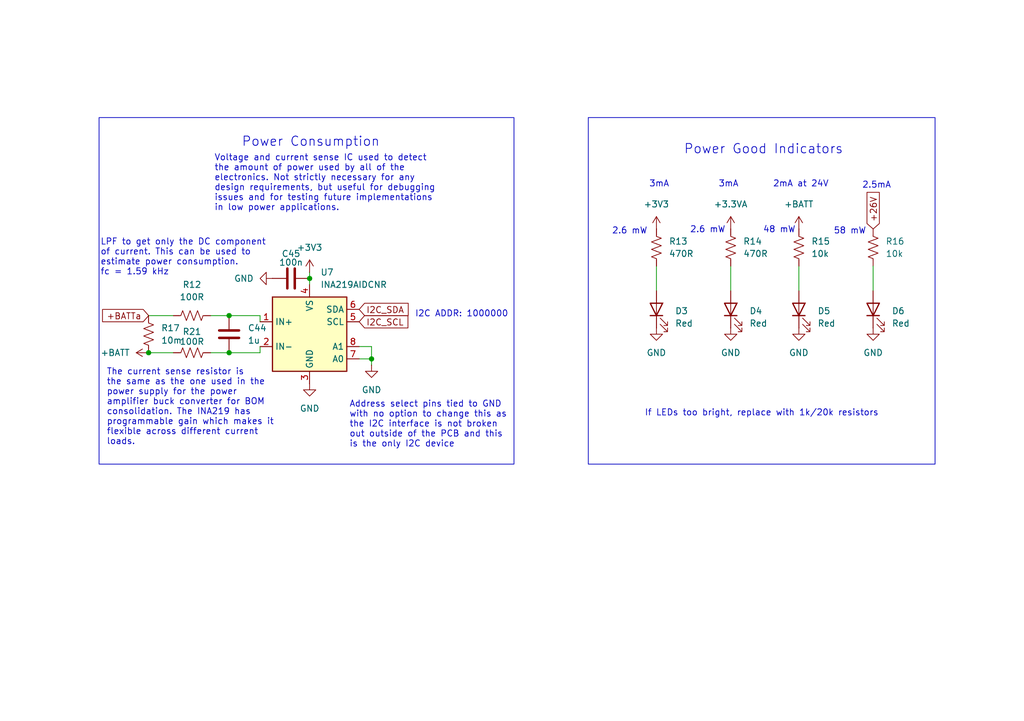
<source format=kicad_sch>
(kicad_sch
	(version 20231120)
	(generator "eeschema")
	(generator_version "8.0")
	(uuid "6c354ad9-bda4-4d93-ab27-70ed2a103f01")
	(paper "A5")
	(title_block
		(title "EV")
		(date "2025-01-17")
		(rev "1.3")
		(company "Power Monitoring")
	)
	(lib_symbols
		(symbol "UAM_symbols:C"
			(pin_numbers hide)
			(pin_names
				(offset 0.254)
			)
			(exclude_from_sim no)
			(in_bom yes)
			(on_board yes)
			(property "Reference" "C"
				(at 0.635 2.54 0)
				(effects
					(font
						(size 1.27 1.27)
					)
					(justify left)
				)
			)
			(property "Value" "C"
				(at 0.635 -2.54 0)
				(effects
					(font
						(size 1.27 1.27)
					)
					(justify left)
				)
			)
			(property "Footprint" ""
				(at 0.9652 -3.81 0)
				(effects
					(font
						(size 1.27 1.27)
					)
					(hide yes)
				)
			)
			(property "Datasheet" "~"
				(at 0 0 0)
				(effects
					(font
						(size 1.27 1.27)
					)
					(hide yes)
				)
			)
			(property "Description" "Unpolarized capacitor"
				(at 0 0 0)
				(effects
					(font
						(size 1.27 1.27)
					)
					(hide yes)
				)
			)
			(property "ki_keywords" "cap capacitor"
				(at 0 0 0)
				(effects
					(font
						(size 1.27 1.27)
					)
					(hide yes)
				)
			)
			(property "ki_fp_filters" "C_*"
				(at 0 0 0)
				(effects
					(font
						(size 1.27 1.27)
					)
					(hide yes)
				)
			)
			(symbol "C_0_1"
				(polyline
					(pts
						(xy -2.032 -0.762) (xy 2.032 -0.762)
					)
					(stroke
						(width 0.508)
						(type default)
					)
					(fill
						(type none)
					)
				)
				(polyline
					(pts
						(xy -2.032 0.762) (xy 2.032 0.762)
					)
					(stroke
						(width 0.508)
						(type default)
					)
					(fill
						(type none)
					)
				)
			)
			(symbol "C_1_1"
				(pin passive line
					(at 0 3.81 270)
					(length 2.794)
					(name "~"
						(effects
							(font
								(size 1.27 1.27)
							)
						)
					)
					(number "1"
						(effects
							(font
								(size 1.27 1.27)
							)
						)
					)
				)
				(pin passive line
					(at 0 -3.81 90)
					(length 2.794)
					(name "~"
						(effects
							(font
								(size 1.27 1.27)
							)
						)
					)
					(number "2"
						(effects
							(font
								(size 1.27 1.27)
							)
						)
					)
				)
			)
		)
		(symbol "UAM_symbols:INA219AxDCN"
			(exclude_from_sim no)
			(in_bom yes)
			(on_board yes)
			(property "Reference" "U"
				(at -6.35 8.89 0)
				(effects
					(font
						(size 1.27 1.27)
					)
				)
			)
			(property "Value" "INA219AxDCN"
				(at 6.35 8.89 0)
				(effects
					(font
						(size 1.27 1.27)
					)
				)
			)
			(property "Footprint" "Package_TO_SOT_SMD:SOT-23-8"
				(at 16.51 -8.89 0)
				(effects
					(font
						(size 1.27 1.27)
					)
					(hide yes)
				)
			)
			(property "Datasheet" "http://www.ti.com/lit/ds/symlink/ina219.pdf"
				(at 8.89 -2.54 0)
				(effects
					(font
						(size 1.27 1.27)
					)
					(hide yes)
				)
			)
			(property "Description" "Zero-Drift, Bidirectional Current/Power Monitor (0-26V) With I2C Interface, SOT-23-8"
				(at 0 0 0)
				(effects
					(font
						(size 1.27 1.27)
					)
					(hide yes)
				)
			)
			(property "ki_keywords" "ADC I2C 16-Bit Oversampling Current Shunt"
				(at 0 0 0)
				(effects
					(font
						(size 1.27 1.27)
					)
					(hide yes)
				)
			)
			(property "ki_fp_filters" "SOT?23*"
				(at 0 0 0)
				(effects
					(font
						(size 1.27 1.27)
					)
					(hide yes)
				)
			)
			(symbol "INA219AxDCN_0_1"
				(rectangle
					(start -7.62 7.62)
					(end 7.62 -7.62)
					(stroke
						(width 0.254)
						(type default)
					)
					(fill
						(type background)
					)
				)
			)
			(symbol "INA219AxDCN_1_1"
				(pin input line
					(at -10.16 2.54 0)
					(length 2.54)
					(name "IN+"
						(effects
							(font
								(size 1.27 1.27)
							)
						)
					)
					(number "1"
						(effects
							(font
								(size 1.27 1.27)
							)
						)
					)
				)
				(pin input line
					(at -10.16 -2.54 0)
					(length 2.54)
					(name "IN-"
						(effects
							(font
								(size 1.27 1.27)
							)
						)
					)
					(number "2"
						(effects
							(font
								(size 1.27 1.27)
							)
						)
					)
				)
				(pin power_in line
					(at 0 -10.16 90)
					(length 2.54)
					(name "GND"
						(effects
							(font
								(size 1.27 1.27)
							)
						)
					)
					(number "3"
						(effects
							(font
								(size 1.27 1.27)
							)
						)
					)
				)
				(pin power_in line
					(at 0 10.16 270)
					(length 2.54)
					(name "VS"
						(effects
							(font
								(size 1.27 1.27)
							)
						)
					)
					(number "4"
						(effects
							(font
								(size 1.27 1.27)
							)
						)
					)
				)
				(pin input line
					(at 10.16 2.54 180)
					(length 2.54)
					(name "SCL"
						(effects
							(font
								(size 1.27 1.27)
							)
						)
					)
					(number "5"
						(effects
							(font
								(size 1.27 1.27)
							)
						)
					)
				)
				(pin bidirectional line
					(at 10.16 5.08 180)
					(length 2.54)
					(name "SDA"
						(effects
							(font
								(size 1.27 1.27)
							)
						)
					)
					(number "6"
						(effects
							(font
								(size 1.27 1.27)
							)
						)
					)
				)
				(pin input line
					(at 10.16 -5.08 180)
					(length 2.54)
					(name "A0"
						(effects
							(font
								(size 1.27 1.27)
							)
						)
					)
					(number "7"
						(effects
							(font
								(size 1.27 1.27)
							)
						)
					)
				)
				(pin input line
					(at 10.16 -2.54 180)
					(length 2.54)
					(name "A1"
						(effects
							(font
								(size 1.27 1.27)
							)
						)
					)
					(number "8"
						(effects
							(font
								(size 1.27 1.27)
							)
						)
					)
				)
			)
		)
		(symbol "UAM_symbols:LED"
			(pin_numbers hide)
			(pin_names
				(offset 1.016) hide)
			(exclude_from_sim no)
			(in_bom yes)
			(on_board yes)
			(property "Reference" "D"
				(at 0 2.54 0)
				(effects
					(font
						(size 1.27 1.27)
					)
				)
			)
			(property "Value" "LED"
				(at 0 -2.54 0)
				(effects
					(font
						(size 1.27 1.27)
					)
				)
			)
			(property "Footprint" ""
				(at 0 0 0)
				(effects
					(font
						(size 1.27 1.27)
					)
					(hide yes)
				)
			)
			(property "Datasheet" "~"
				(at 0 0 0)
				(effects
					(font
						(size 1.27 1.27)
					)
					(hide yes)
				)
			)
			(property "Description" "Light emitting diode"
				(at 0 0 0)
				(effects
					(font
						(size 1.27 1.27)
					)
					(hide yes)
				)
			)
			(property "ki_keywords" "LED diode"
				(at 0 0 0)
				(effects
					(font
						(size 1.27 1.27)
					)
					(hide yes)
				)
			)
			(property "ki_fp_filters" "LED* LED_SMD:* LED_THT:*"
				(at 0 0 0)
				(effects
					(font
						(size 1.27 1.27)
					)
					(hide yes)
				)
			)
			(symbol "LED_0_1"
				(polyline
					(pts
						(xy -1.27 -1.27) (xy -1.27 1.27)
					)
					(stroke
						(width 0.254)
						(type default)
					)
					(fill
						(type none)
					)
				)
				(polyline
					(pts
						(xy -1.27 0) (xy 1.27 0)
					)
					(stroke
						(width 0)
						(type default)
					)
					(fill
						(type none)
					)
				)
				(polyline
					(pts
						(xy 1.27 -1.27) (xy 1.27 1.27) (xy -1.27 0) (xy 1.27 -1.27)
					)
					(stroke
						(width 0.254)
						(type default)
					)
					(fill
						(type none)
					)
				)
				(polyline
					(pts
						(xy -3.048 -0.762) (xy -4.572 -2.286) (xy -3.81 -2.286) (xy -4.572 -2.286) (xy -4.572 -1.524)
					)
					(stroke
						(width 0)
						(type default)
					)
					(fill
						(type none)
					)
				)
				(polyline
					(pts
						(xy -1.778 -0.762) (xy -3.302 -2.286) (xy -2.54 -2.286) (xy -3.302 -2.286) (xy -3.302 -1.524)
					)
					(stroke
						(width 0)
						(type default)
					)
					(fill
						(type none)
					)
				)
			)
			(symbol "LED_1_1"
				(pin passive line
					(at -3.81 0 0)
					(length 2.54)
					(name "K"
						(effects
							(font
								(size 1.27 1.27)
							)
						)
					)
					(number "1"
						(effects
							(font
								(size 1.27 1.27)
							)
						)
					)
				)
				(pin passive line
					(at 3.81 0 180)
					(length 2.54)
					(name "A"
						(effects
							(font
								(size 1.27 1.27)
							)
						)
					)
					(number "2"
						(effects
							(font
								(size 1.27 1.27)
							)
						)
					)
				)
			)
		)
		(symbol "UAM_symbols:R_US"
			(pin_numbers hide)
			(pin_names
				(offset 0)
			)
			(exclude_from_sim no)
			(in_bom yes)
			(on_board yes)
			(property "Reference" "R"
				(at 2.54 0 90)
				(effects
					(font
						(size 1.27 1.27)
					)
				)
			)
			(property "Value" "R_US"
				(at -2.54 0 90)
				(effects
					(font
						(size 1.27 1.27)
					)
				)
			)
			(property "Footprint" ""
				(at 1.016 -0.254 90)
				(effects
					(font
						(size 1.27 1.27)
					)
					(hide yes)
				)
			)
			(property "Datasheet" "~"
				(at 0 0 0)
				(effects
					(font
						(size 1.27 1.27)
					)
					(hide yes)
				)
			)
			(property "Description" "Resistor, US symbol"
				(at 0 0 0)
				(effects
					(font
						(size 1.27 1.27)
					)
					(hide yes)
				)
			)
			(property "ki_keywords" "R res resistor"
				(at 0 0 0)
				(effects
					(font
						(size 1.27 1.27)
					)
					(hide yes)
				)
			)
			(property "ki_fp_filters" "R_*"
				(at 0 0 0)
				(effects
					(font
						(size 1.27 1.27)
					)
					(hide yes)
				)
			)
			(symbol "R_US_0_1"
				(polyline
					(pts
						(xy 0 -2.286) (xy 0 -2.54)
					)
					(stroke
						(width 0)
						(type default)
					)
					(fill
						(type none)
					)
				)
				(polyline
					(pts
						(xy 0 2.286) (xy 0 2.54)
					)
					(stroke
						(width 0)
						(type default)
					)
					(fill
						(type none)
					)
				)
				(polyline
					(pts
						(xy 0 -0.762) (xy 1.016 -1.143) (xy 0 -1.524) (xy -1.016 -1.905) (xy 0 -2.286)
					)
					(stroke
						(width 0)
						(type default)
					)
					(fill
						(type none)
					)
				)
				(polyline
					(pts
						(xy 0 0.762) (xy 1.016 0.381) (xy 0 0) (xy -1.016 -0.381) (xy 0 -0.762)
					)
					(stroke
						(width 0)
						(type default)
					)
					(fill
						(type none)
					)
				)
				(polyline
					(pts
						(xy 0 2.286) (xy 1.016 1.905) (xy 0 1.524) (xy -1.016 1.143) (xy 0 0.762)
					)
					(stroke
						(width 0)
						(type default)
					)
					(fill
						(type none)
					)
				)
			)
			(symbol "R_US_1_1"
				(pin passive line
					(at 0 3.81 270)
					(length 1.27)
					(name "~"
						(effects
							(font
								(size 1.27 1.27)
							)
						)
					)
					(number "1"
						(effects
							(font
								(size 1.27 1.27)
							)
						)
					)
				)
				(pin passive line
					(at 0 -3.81 90)
					(length 1.27)
					(name "~"
						(effects
							(font
								(size 1.27 1.27)
							)
						)
					)
					(number "2"
						(effects
							(font
								(size 1.27 1.27)
							)
						)
					)
				)
			)
		)
		(symbol "power:+3.3VA"
			(power)
			(pin_numbers hide)
			(pin_names
				(offset 0) hide)
			(exclude_from_sim no)
			(in_bom yes)
			(on_board yes)
			(property "Reference" "#PWR"
				(at 0 -3.81 0)
				(effects
					(font
						(size 1.27 1.27)
					)
					(hide yes)
				)
			)
			(property "Value" "+3.3VA"
				(at 0 3.556 0)
				(effects
					(font
						(size 1.27 1.27)
					)
				)
			)
			(property "Footprint" ""
				(at 0 0 0)
				(effects
					(font
						(size 1.27 1.27)
					)
					(hide yes)
				)
			)
			(property "Datasheet" ""
				(at 0 0 0)
				(effects
					(font
						(size 1.27 1.27)
					)
					(hide yes)
				)
			)
			(property "Description" "Power symbol creates a global label with name \"+3.3VA\""
				(at 0 0 0)
				(effects
					(font
						(size 1.27 1.27)
					)
					(hide yes)
				)
			)
			(property "ki_keywords" "global power"
				(at 0 0 0)
				(effects
					(font
						(size 1.27 1.27)
					)
					(hide yes)
				)
			)
			(symbol "+3.3VA_0_1"
				(polyline
					(pts
						(xy -0.762 1.27) (xy 0 2.54)
					)
					(stroke
						(width 0)
						(type default)
					)
					(fill
						(type none)
					)
				)
				(polyline
					(pts
						(xy 0 0) (xy 0 2.54)
					)
					(stroke
						(width 0)
						(type default)
					)
					(fill
						(type none)
					)
				)
				(polyline
					(pts
						(xy 0 2.54) (xy 0.762 1.27)
					)
					(stroke
						(width 0)
						(type default)
					)
					(fill
						(type none)
					)
				)
			)
			(symbol "+3.3VA_1_1"
				(pin power_in line
					(at 0 0 90)
					(length 0)
					(name "~"
						(effects
							(font
								(size 1.27 1.27)
							)
						)
					)
					(number "1"
						(effects
							(font
								(size 1.27 1.27)
							)
						)
					)
				)
			)
		)
		(symbol "power:+3V3"
			(power)
			(pin_numbers hide)
			(pin_names
				(offset 0) hide)
			(exclude_from_sim no)
			(in_bom yes)
			(on_board yes)
			(property "Reference" "#PWR"
				(at 0 -3.81 0)
				(effects
					(font
						(size 1.27 1.27)
					)
					(hide yes)
				)
			)
			(property "Value" "+3V3"
				(at 0 3.556 0)
				(effects
					(font
						(size 1.27 1.27)
					)
				)
			)
			(property "Footprint" ""
				(at 0 0 0)
				(effects
					(font
						(size 1.27 1.27)
					)
					(hide yes)
				)
			)
			(property "Datasheet" ""
				(at 0 0 0)
				(effects
					(font
						(size 1.27 1.27)
					)
					(hide yes)
				)
			)
			(property "Description" "Power symbol creates a global label with name \"+3V3\""
				(at 0 0 0)
				(effects
					(font
						(size 1.27 1.27)
					)
					(hide yes)
				)
			)
			(property "ki_keywords" "global power"
				(at 0 0 0)
				(effects
					(font
						(size 1.27 1.27)
					)
					(hide yes)
				)
			)
			(symbol "+3V3_0_1"
				(polyline
					(pts
						(xy -0.762 1.27) (xy 0 2.54)
					)
					(stroke
						(width 0)
						(type default)
					)
					(fill
						(type none)
					)
				)
				(polyline
					(pts
						(xy 0 0) (xy 0 2.54)
					)
					(stroke
						(width 0)
						(type default)
					)
					(fill
						(type none)
					)
				)
				(polyline
					(pts
						(xy 0 2.54) (xy 0.762 1.27)
					)
					(stroke
						(width 0)
						(type default)
					)
					(fill
						(type none)
					)
				)
			)
			(symbol "+3V3_1_1"
				(pin power_in line
					(at 0 0 90)
					(length 0)
					(name "~"
						(effects
							(font
								(size 1.27 1.27)
							)
						)
					)
					(number "1"
						(effects
							(font
								(size 1.27 1.27)
							)
						)
					)
				)
			)
		)
		(symbol "power:+BATT"
			(power)
			(pin_numbers hide)
			(pin_names
				(offset 0) hide)
			(exclude_from_sim no)
			(in_bom yes)
			(on_board yes)
			(property "Reference" "#PWR"
				(at 0 -3.81 0)
				(effects
					(font
						(size 1.27 1.27)
					)
					(hide yes)
				)
			)
			(property "Value" "+BATT"
				(at 0 3.556 0)
				(effects
					(font
						(size 1.27 1.27)
					)
				)
			)
			(property "Footprint" ""
				(at 0 0 0)
				(effects
					(font
						(size 1.27 1.27)
					)
					(hide yes)
				)
			)
			(property "Datasheet" ""
				(at 0 0 0)
				(effects
					(font
						(size 1.27 1.27)
					)
					(hide yes)
				)
			)
			(property "Description" "Power symbol creates a global label with name \"+BATT\""
				(at 0 0 0)
				(effects
					(font
						(size 1.27 1.27)
					)
					(hide yes)
				)
			)
			(property "ki_keywords" "global power battery"
				(at 0 0 0)
				(effects
					(font
						(size 1.27 1.27)
					)
					(hide yes)
				)
			)
			(symbol "+BATT_0_1"
				(polyline
					(pts
						(xy -0.762 1.27) (xy 0 2.54)
					)
					(stroke
						(width 0)
						(type default)
					)
					(fill
						(type none)
					)
				)
				(polyline
					(pts
						(xy 0 0) (xy 0 2.54)
					)
					(stroke
						(width 0)
						(type default)
					)
					(fill
						(type none)
					)
				)
				(polyline
					(pts
						(xy 0 2.54) (xy 0.762 1.27)
					)
					(stroke
						(width 0)
						(type default)
					)
					(fill
						(type none)
					)
				)
			)
			(symbol "+BATT_1_1"
				(pin power_in line
					(at 0 0 90)
					(length 0)
					(name "~"
						(effects
							(font
								(size 1.27 1.27)
							)
						)
					)
					(number "1"
						(effects
							(font
								(size 1.27 1.27)
							)
						)
					)
				)
			)
		)
		(symbol "power:GND"
			(power)
			(pin_numbers hide)
			(pin_names
				(offset 0) hide)
			(exclude_from_sim no)
			(in_bom yes)
			(on_board yes)
			(property "Reference" "#PWR"
				(at 0 -6.35 0)
				(effects
					(font
						(size 1.27 1.27)
					)
					(hide yes)
				)
			)
			(property "Value" "GND"
				(at 0 -3.81 0)
				(effects
					(font
						(size 1.27 1.27)
					)
				)
			)
			(property "Footprint" ""
				(at 0 0 0)
				(effects
					(font
						(size 1.27 1.27)
					)
					(hide yes)
				)
			)
			(property "Datasheet" ""
				(at 0 0 0)
				(effects
					(font
						(size 1.27 1.27)
					)
					(hide yes)
				)
			)
			(property "Description" "Power symbol creates a global label with name \"GND\" , ground"
				(at 0 0 0)
				(effects
					(font
						(size 1.27 1.27)
					)
					(hide yes)
				)
			)
			(property "ki_keywords" "global power"
				(at 0 0 0)
				(effects
					(font
						(size 1.27 1.27)
					)
					(hide yes)
				)
			)
			(symbol "GND_0_1"
				(polyline
					(pts
						(xy 0 0) (xy 0 -1.27) (xy 1.27 -1.27) (xy 0 -2.54) (xy -1.27 -1.27) (xy 0 -1.27)
					)
					(stroke
						(width 0)
						(type default)
					)
					(fill
						(type none)
					)
				)
			)
			(symbol "GND_1_1"
				(pin power_in line
					(at 0 0 270)
					(length 0)
					(name "~"
						(effects
							(font
								(size 1.27 1.27)
							)
						)
					)
					(number "1"
						(effects
							(font
								(size 1.27 1.27)
							)
						)
					)
				)
			)
		)
	)
	(junction
		(at 30.48 72.39)
		(diameter 0)
		(color 0 0 0 0)
		(uuid "6afa08e9-1044-47c2-8f7f-ea2ae1fb4674")
	)
	(junction
		(at 46.99 72.39)
		(diameter 0)
		(color 0 0 0 0)
		(uuid "a929c184-251a-4aa2-b9f7-8da737de7b20")
	)
	(junction
		(at 63.5 57.15)
		(diameter 0)
		(color 0 0 0 0)
		(uuid "b3a5c32d-b0ae-480a-bc38-0c44af47c2a4")
	)
	(junction
		(at 46.99 64.77)
		(diameter 0)
		(color 0 0 0 0)
		(uuid "e1b8963f-49ea-46cd-a68a-94852f019d31")
	)
	(junction
		(at 76.2 73.66)
		(diameter 0)
		(color 0 0 0 0)
		(uuid "ef7c3a8f-404f-4784-9a98-0f8192c6e187")
	)
	(wire
		(pts
			(xy 76.2 73.66) (xy 76.2 74.93)
		)
		(stroke
			(width 0)
			(type default)
		)
		(uuid "029d4f33-5bce-44fc-9462-c0332b5dbb15")
	)
	(wire
		(pts
			(xy 30.48 64.77) (xy 35.56 64.77)
		)
		(stroke
			(width 0)
			(type default)
		)
		(uuid "06c9a3f4-ae62-4e0b-9baa-48c6b3da3561")
	)
	(wire
		(pts
			(xy 46.99 72.39) (xy 53.34 72.39)
		)
		(stroke
			(width 0)
			(type default)
		)
		(uuid "0f780a7e-c1be-4608-beba-bf3e401df6a0")
	)
	(wire
		(pts
			(xy 73.66 71.12) (xy 76.2 71.12)
		)
		(stroke
			(width 0)
			(type default)
		)
		(uuid "1a7e55c9-4216-40fe-9058-aff39599db3d")
	)
	(wire
		(pts
			(xy 46.99 64.77) (xy 53.34 64.77)
		)
		(stroke
			(width 0)
			(type default)
		)
		(uuid "1b274975-520c-4f0d-b008-fcfd2b12dca9")
	)
	(wire
		(pts
			(xy 163.83 54.61) (xy 163.83 59.69)
		)
		(stroke
			(width 0)
			(type default)
		)
		(uuid "1e9b342c-b3cc-4959-a1ea-073147609910")
	)
	(wire
		(pts
			(xy 53.34 66.04) (xy 53.34 64.77)
		)
		(stroke
			(width 0)
			(type default)
		)
		(uuid "21d6a1ac-a8e7-46e4-92ec-8246cda2ee9a")
	)
	(wire
		(pts
			(xy 53.34 72.39) (xy 53.34 71.12)
		)
		(stroke
			(width 0)
			(type default)
		)
		(uuid "39b8af73-bc31-4365-855b-ca237fb9d433")
	)
	(wire
		(pts
			(xy 73.66 73.66) (xy 76.2 73.66)
		)
		(stroke
			(width 0)
			(type default)
		)
		(uuid "49925abe-df61-4325-8ae3-ae8e077af016")
	)
	(wire
		(pts
			(xy 179.07 54.61) (xy 179.07 59.69)
		)
		(stroke
			(width 0)
			(type default)
		)
		(uuid "8733b7e7-d6dc-41ff-a234-760e3a92f849")
	)
	(wire
		(pts
			(xy 134.62 54.61) (xy 134.62 59.69)
		)
		(stroke
			(width 0)
			(type default)
		)
		(uuid "8d490d5a-7d0f-4a1a-99da-d397eca3e002")
	)
	(wire
		(pts
			(xy 63.5 57.15) (xy 63.5 58.42)
		)
		(stroke
			(width 0)
			(type default)
		)
		(uuid "9957336e-06a4-4d9a-9fbf-23a6fb3be65f")
	)
	(wire
		(pts
			(xy 149.86 54.61) (xy 149.86 59.69)
		)
		(stroke
			(width 0)
			(type default)
		)
		(uuid "b988f9ff-da0b-4ccf-98b7-a270dc76d538")
	)
	(wire
		(pts
			(xy 63.5 55.88) (xy 63.5 57.15)
		)
		(stroke
			(width 0)
			(type default)
		)
		(uuid "cf244a70-0ec4-43cf-bcec-d6780f2e141b")
	)
	(wire
		(pts
			(xy 76.2 71.12) (xy 76.2 73.66)
		)
		(stroke
			(width 0)
			(type default)
		)
		(uuid "ecdd34d8-1690-420d-80c0-5218484c7952")
	)
	(wire
		(pts
			(xy 30.48 72.39) (xy 35.56 72.39)
		)
		(stroke
			(width 0)
			(type default)
		)
		(uuid "ef609cfe-f064-49eb-9fa9-53670e03d20c")
	)
	(wire
		(pts
			(xy 43.18 72.39) (xy 46.99 72.39)
		)
		(stroke
			(width 0)
			(type default)
		)
		(uuid "f9436c33-2347-4148-ab7e-8c3371c5ec22")
	)
	(wire
		(pts
			(xy 43.18 64.77) (xy 46.99 64.77)
		)
		(stroke
			(width 0)
			(type default)
		)
		(uuid "fb3dffb3-7f77-447d-bcc8-6d4c3c592022")
	)
	(rectangle
		(start 120.65 24.13)
		(end 191.77 95.25)
		(stroke
			(width 0)
			(type default)
		)
		(fill
			(type none)
		)
		(uuid 5f8f09ea-4fde-4c40-aa39-757f74f78562)
	)
	(rectangle
		(start 20.32 24.13)
		(end 105.41 95.25)
		(stroke
			(width 0)
			(type default)
		)
		(fill
			(type none)
		)
		(uuid fb3fa306-b1e7-477e-bf04-91c6e386a228)
	)
	(text "Power Consumption"
		(exclude_from_sim no)
		(at 49.53 29.21 0)
		(effects
			(font
				(size 1.905 1.905)
			)
			(justify left)
		)
		(uuid "05575ebc-8bde-49e9-8bcc-3ac07850d1a2")
	)
	(text "48 mW"
		(exclude_from_sim no)
		(at 156.464 47.244 0)
		(effects
			(font
				(size 1.27 1.27)
			)
			(justify left)
		)
		(uuid "2c896d97-a7e2-4f96-a0e3-4659bd7506ba")
	)
	(text "I2C ADDR: 1000000"
		(exclude_from_sim no)
		(at 85.09 64.516 0)
		(effects
			(font
				(size 1.27 1.27)
			)
			(justify left)
		)
		(uuid "317f3bfa-85f3-49fa-9c71-4455bf0ab235")
	)
	(text "2.5mA"
		(exclude_from_sim no)
		(at 176.784 38.1 0)
		(effects
			(font
				(size 1.27 1.27)
			)
			(justify left)
		)
		(uuid "48298dd2-97cd-4838-a6d6-168547fe5124")
	)
	(text "Address select pins tied to GND\nwith no option to change this as\nthe I2C interface is not broken\nout outside of the PCB and this\nis the only I2C device"
		(exclude_from_sim no)
		(at 71.628 87.122 0)
		(effects
			(font
				(size 1.27 1.27)
			)
			(justify left)
		)
		(uuid "4e0c2327-6ace-4be9-b7c5-deb46f3232dc")
	)
	(text "3mA"
		(exclude_from_sim no)
		(at 147.32 37.846 0)
		(effects
			(font
				(size 1.27 1.27)
			)
			(justify left)
		)
		(uuid "6ddf6287-2230-4480-beee-deab812ca995")
	)
	(text "Voltage and current sense IC used to detect\nthe amount of power used by all of the\nelectronics. Not strictly necessary for any\ndesign requirements, but useful for debugging\nissues and for testing future implementations\nin low power applications."
		(exclude_from_sim no)
		(at 43.942 37.592 0)
		(effects
			(font
				(size 1.27 1.27)
			)
			(justify left)
		)
		(uuid "6e1eac90-86fc-4bc7-94ec-dc9a81e7aacb")
	)
	(text "LPF to get only the DC component \nof current. This can be used to \nestimate power consumption.\nfc = 1.59 kHz"
		(exclude_from_sim no)
		(at 20.574 52.832 0)
		(effects
			(font
				(size 1.27 1.27)
			)
			(justify left)
		)
		(uuid "9e865933-f532-4260-9dac-683ea3711d8a")
	)
	(text "2.6 mW"
		(exclude_from_sim no)
		(at 141.478 47.244 0)
		(effects
			(font
				(size 1.27 1.27)
			)
			(justify left)
		)
		(uuid "b1d7f880-5dfa-4853-8f9e-97b556691664")
	)
	(text "The current sense resistor is \nthe same as the one used in the \npower supply for the power \namplifier buck converter for BOM \nconsolidation. The INA219 has\nprogrammable gain which makes it\nflexible across different current\nloads."
		(exclude_from_sim no)
		(at 21.844 83.566 0)
		(effects
			(font
				(size 1.27 1.27)
			)
			(justify left)
		)
		(uuid "b9078dfc-9879-418d-8b11-db17b5bf038d")
	)
	(text "2mA at 24V"
		(exclude_from_sim no)
		(at 158.496 37.846 0)
		(effects
			(font
				(size 1.27 1.27)
			)
			(justify left)
		)
		(uuid "cbee66a8-0c24-4b23-b89f-b934bdc84c57")
	)
	(text "58 mW"
		(exclude_from_sim no)
		(at 170.942 47.498 0)
		(effects
			(font
				(size 1.27 1.27)
			)
			(justify left)
		)
		(uuid "cce1bbcc-d03c-43a6-ae0e-138982d27d00")
	)
	(text "Power Good Indicators"
		(exclude_from_sim no)
		(at 140.208 30.734 0)
		(effects
			(font
				(size 1.905 1.905)
			)
			(justify left)
		)
		(uuid "d1260a42-0408-49c8-952d-93958f4c28d3")
	)
	(text "2.6 mW"
		(exclude_from_sim no)
		(at 125.476 47.498 0)
		(effects
			(font
				(size 1.27 1.27)
			)
			(justify left)
		)
		(uuid "ef9d8e54-0879-4b04-a84b-87b53bf36c58")
	)
	(text "If LEDs too bright, replace with 1k/20k resistors"
		(exclude_from_sim no)
		(at 156.21 84.836 0)
		(effects
			(font
				(size 1.27 1.27)
			)
		)
		(uuid "f136924c-1184-48b2-a7c9-6c73a543d01b")
	)
	(text "3mA"
		(exclude_from_sim no)
		(at 133.096 37.846 0)
		(effects
			(font
				(size 1.27 1.27)
			)
			(justify left)
		)
		(uuid "fa20b65a-c63e-40c2-9e89-868169189761")
	)
	(global_label "I2C_SCL"
		(shape input)
		(at 73.66 66.04 0)
		(fields_autoplaced yes)
		(effects
			(font
				(size 1.27 1.27)
			)
			(justify left)
		)
		(uuid "393c584b-f2cb-4ccd-98dd-ff3e957ddcb0")
		(property "Intersheetrefs" "${INTERSHEET_REFS}"
			(at 84.2047 66.04 0)
			(effects
				(font
					(size 1.27 1.27)
				)
				(justify left)
				(hide yes)
			)
		)
	)
	(global_label "+26V"
		(shape input)
		(at 179.07 46.99 90)
		(fields_autoplaced yes)
		(effects
			(font
				(size 1.27 1.27)
			)
			(justify left)
		)
		(uuid "4d088995-5c9a-48e9-940f-f2d012fc72ef")
		(property "Intersheetrefs" "${INTERSHEET_REFS}"
			(at 179.07 38.9248 90)
			(effects
				(font
					(size 1.27 1.27)
				)
				(justify left)
				(hide yes)
			)
		)
	)
	(global_label "I2C_SDA"
		(shape input)
		(at 73.66 63.5 0)
		(fields_autoplaced yes)
		(effects
			(font
				(size 1.27 1.27)
			)
			(justify left)
		)
		(uuid "a91fcb04-f807-4782-b35d-de8a62b25027")
		(property "Intersheetrefs" "${INTERSHEET_REFS}"
			(at 84.2652 63.5 0)
			(effects
				(font
					(size 1.27 1.27)
				)
				(justify left)
				(hide yes)
			)
		)
	)
	(global_label "+BATTa"
		(shape input)
		(at 30.48 64.77 180)
		(fields_autoplaced yes)
		(effects
			(font
				(size 1.27 1.27)
			)
			(justify right)
		)
		(uuid "feab11bb-46eb-4332-b5ee-22765d6d6d94")
		(property "Intersheetrefs" "${INTERSHEET_REFS}"
			(at 20.4796 64.77 0)
			(effects
				(font
					(size 1.27 1.27)
				)
				(justify right)
				(hide yes)
			)
		)
	)
	(symbol
		(lib_id "UAM_symbols:R_US")
		(at 30.48 68.58 0)
		(unit 1)
		(exclude_from_sim no)
		(in_bom yes)
		(on_board yes)
		(dnp no)
		(fields_autoplaced yes)
		(uuid "015f08d0-6866-4d97-9b0f-6f40b8e15a48")
		(property "Reference" "R17"
			(at 33.02 67.3099 0)
			(effects
				(font
					(size 1.27 1.27)
				)
				(justify left)
			)
		)
		(property "Value" "10m"
			(at 33.02 69.8499 0)
			(effects
				(font
					(size 1.27 1.27)
				)
				(justify left)
			)
		)
		(property "Footprint" "Resistor_SMD:R_0805_2012Metric_Pad1.20x1.40mm_HandSolder"
			(at 31.496 68.834 90)
			(effects
				(font
					(size 1.27 1.27)
				)
				(hide yes)
			)
		)
		(property "Datasheet" "~"
			(at 30.48 68.58 0)
			(effects
				(font
					(size 1.27 1.27)
				)
				(hide yes)
			)
		)
		(property "Description" "Resistor, US symbol"
			(at 30.48 68.58 0)
			(effects
				(font
					(size 1.27 1.27)
				)
				(hide yes)
			)
		)
		(property "Irms" ""
			(at 30.48 68.58 0)
			(effects
				(font
					(size 1.27 1.27)
				)
				(hide yes)
			)
		)
		(property "Tolerance" ""
			(at 30.48 68.58 0)
			(effects
				(font
					(size 1.27 1.27)
				)
				(hide yes)
			)
		)
		(property "Voltage" ""
			(at 30.48 68.58 0)
			(effects
				(font
					(size 1.27 1.27)
				)
				(hide yes)
			)
		)
		(pin "1"
			(uuid "ceb3576d-895f-4413-9048-eee9f88afec6")
		)
		(pin "2"
			(uuid "b54db80e-90c6-41f2-8717-2975406e89d0")
		)
		(instances
			(project ""
				(path "/af15edda-fefd-41c1-b558-f4be36e6b138/c4b33b7f-8928-423d-807c-e13bd5563fe9"
					(reference "R17")
					(unit 1)
				)
			)
		)
	)
	(symbol
		(lib_id "power:+3V3")
		(at 134.62 46.99 0)
		(unit 1)
		(exclude_from_sim no)
		(in_bom yes)
		(on_board yes)
		(dnp no)
		(fields_autoplaced yes)
		(uuid "0753e40a-80a6-4cbf-bf54-627958b05246")
		(property "Reference" "#PWR049"
			(at 134.62 50.8 0)
			(effects
				(font
					(size 1.27 1.27)
				)
				(hide yes)
			)
		)
		(property "Value" "+3V3"
			(at 134.62 41.91 0)
			(effects
				(font
					(size 1.27 1.27)
				)
			)
		)
		(property "Footprint" ""
			(at 134.62 46.99 0)
			(effects
				(font
					(size 1.27 1.27)
				)
				(hide yes)
			)
		)
		(property "Datasheet" ""
			(at 134.62 46.99 0)
			(effects
				(font
					(size 1.27 1.27)
				)
				(hide yes)
			)
		)
		(property "Description" "Power symbol creates a global label with name \"+3V3\""
			(at 134.62 46.99 0)
			(effects
				(font
					(size 1.27 1.27)
				)
				(hide yes)
			)
		)
		(pin "1"
			(uuid "c85db9e1-5397-483d-a7fa-5767f85782ec")
		)
		(instances
			(project "UAM"
				(path "/af15edda-fefd-41c1-b558-f4be36e6b138/c4b33b7f-8928-423d-807c-e13bd5563fe9"
					(reference "#PWR049")
					(unit 1)
				)
			)
		)
	)
	(symbol
		(lib_id "power:GND")
		(at 163.83 67.31 0)
		(unit 1)
		(exclude_from_sim no)
		(in_bom yes)
		(on_board yes)
		(dnp no)
		(fields_autoplaced yes)
		(uuid "34981daa-a841-42af-8aeb-e9e45030c8e0")
		(property "Reference" "#PWR056"
			(at 163.83 73.66 0)
			(effects
				(font
					(size 1.27 1.27)
				)
				(hide yes)
			)
		)
		(property "Value" "GND"
			(at 163.83 72.39 0)
			(effects
				(font
					(size 1.27 1.27)
				)
			)
		)
		(property "Footprint" ""
			(at 163.83 67.31 0)
			(effects
				(font
					(size 1.27 1.27)
				)
				(hide yes)
			)
		)
		(property "Datasheet" ""
			(at 163.83 67.31 0)
			(effects
				(font
					(size 1.27 1.27)
				)
				(hide yes)
			)
		)
		(property "Description" "Power symbol creates a global label with name \"GND\" , ground"
			(at 163.83 67.31 0)
			(effects
				(font
					(size 1.27 1.27)
				)
				(hide yes)
			)
		)
		(pin "1"
			(uuid "346dfddc-e647-4831-8e7d-f5b281da01f3")
		)
		(instances
			(project "UAM"
				(path "/af15edda-fefd-41c1-b558-f4be36e6b138/c4b33b7f-8928-423d-807c-e13bd5563fe9"
					(reference "#PWR056")
					(unit 1)
				)
			)
		)
	)
	(symbol
		(lib_id "UAM_symbols:R_US")
		(at 39.37 64.77 90)
		(unit 1)
		(exclude_from_sim no)
		(in_bom yes)
		(on_board yes)
		(dnp no)
		(fields_autoplaced yes)
		(uuid "37dbd25e-c7dd-4f66-b26f-22e5bab13677")
		(property "Reference" "R12"
			(at 39.37 58.42 90)
			(effects
				(font
					(size 1.27 1.27)
				)
			)
		)
		(property "Value" "100R"
			(at 39.37 60.96 90)
			(effects
				(font
					(size 1.27 1.27)
				)
			)
		)
		(property "Footprint" "Resistor_SMD:R_0603_1608Metric_Pad0.98x0.95mm_HandSolder"
			(at 39.624 63.754 90)
			(effects
				(font
					(size 1.27 1.27)
				)
				(hide yes)
			)
		)
		(property "Datasheet" "~"
			(at 39.37 64.77 0)
			(effects
				(font
					(size 1.27 1.27)
				)
				(hide yes)
			)
		)
		(property "Description" "Resistor, US symbol"
			(at 39.37 64.77 0)
			(effects
				(font
					(size 1.27 1.27)
				)
				(hide yes)
			)
		)
		(property "Irms" ""
			(at 39.37 64.77 0)
			(effects
				(font
					(size 1.27 1.27)
				)
				(hide yes)
			)
		)
		(property "Tolerance" ""
			(at 39.37 64.77 0)
			(effects
				(font
					(size 1.27 1.27)
				)
				(hide yes)
			)
		)
		(property "Voltage" ""
			(at 39.37 64.77 0)
			(effects
				(font
					(size 1.27 1.27)
				)
				(hide yes)
			)
		)
		(pin "2"
			(uuid "b7975862-b400-40d4-8349-cedabb487900")
		)
		(pin "1"
			(uuid "05d13473-cae0-4ec4-9fc4-fee0fbaf5018")
		)
		(instances
			(project ""
				(path "/af15edda-fefd-41c1-b558-f4be36e6b138/c4b33b7f-8928-423d-807c-e13bd5563fe9"
					(reference "R12")
					(unit 1)
				)
			)
		)
	)
	(symbol
		(lib_id "UAM_symbols:R_US")
		(at 134.62 50.8 180)
		(unit 1)
		(exclude_from_sim no)
		(in_bom yes)
		(on_board yes)
		(dnp no)
		(fields_autoplaced yes)
		(uuid "386197bd-0d83-4f3f-9bb4-f964119405e1")
		(property "Reference" "R13"
			(at 137.16 49.5299 0)
			(effects
				(font
					(size 1.27 1.27)
				)
				(justify right)
			)
		)
		(property "Value" "470R"
			(at 137.16 52.0699 0)
			(effects
				(font
					(size 1.27 1.27)
				)
				(justify right)
			)
		)
		(property "Footprint" "Resistor_SMD:R_0603_1608Metric_Pad0.98x0.95mm_HandSolder"
			(at 133.604 50.546 90)
			(effects
				(font
					(size 1.27 1.27)
				)
				(hide yes)
			)
		)
		(property "Datasheet" "~"
			(at 134.62 50.8 0)
			(effects
				(font
					(size 1.27 1.27)
				)
				(hide yes)
			)
		)
		(property "Description" "Resistor, US symbol"
			(at 134.62 50.8 0)
			(effects
				(font
					(size 1.27 1.27)
				)
				(hide yes)
			)
		)
		(property "Irms" ""
			(at 134.62 50.8 0)
			(effects
				(font
					(size 1.27 1.27)
				)
				(hide yes)
			)
		)
		(property "Tolerance" ""
			(at 134.62 50.8 0)
			(effects
				(font
					(size 1.27 1.27)
				)
				(hide yes)
			)
		)
		(property "Voltage" ""
			(at 134.62 50.8 0)
			(effects
				(font
					(size 1.27 1.27)
				)
				(hide yes)
			)
		)
		(pin "2"
			(uuid "c68188fa-5022-4296-91cd-a409c15b9407")
		)
		(pin "1"
			(uuid "9b45e2b9-1ea3-49df-bc64-ac0c8881f966")
		)
		(instances
			(project "UAM"
				(path "/af15edda-fefd-41c1-b558-f4be36e6b138/c4b33b7f-8928-423d-807c-e13bd5563fe9"
					(reference "R13")
					(unit 1)
				)
			)
		)
	)
	(symbol
		(lib_id "power:+BATT")
		(at 163.83 46.99 0)
		(unit 1)
		(exclude_from_sim no)
		(in_bom yes)
		(on_board yes)
		(dnp no)
		(fields_autoplaced yes)
		(uuid "3f54948c-2b43-4373-bf83-10cc2e966689")
		(property "Reference" "#PWR055"
			(at 163.83 50.8 0)
			(effects
				(font
					(size 1.27 1.27)
				)
				(hide yes)
			)
		)
		(property "Value" "+BATT"
			(at 163.83 41.91 0)
			(effects
				(font
					(size 1.27 1.27)
				)
			)
		)
		(property "Footprint" ""
			(at 163.83 46.99 0)
			(effects
				(font
					(size 1.27 1.27)
				)
				(hide yes)
			)
		)
		(property "Datasheet" ""
			(at 163.83 46.99 0)
			(effects
				(font
					(size 1.27 1.27)
				)
				(hide yes)
			)
		)
		(property "Description" "Power symbol creates a global label with name \"+BATT\""
			(at 163.83 46.99 0)
			(effects
				(font
					(size 1.27 1.27)
				)
				(hide yes)
			)
		)
		(pin "1"
			(uuid "2e49ce68-7dc6-4fb2-9344-b4b5847b5188")
		)
		(instances
			(project "UAM"
				(path "/af15edda-fefd-41c1-b558-f4be36e6b138/c4b33b7f-8928-423d-807c-e13bd5563fe9"
					(reference "#PWR055")
					(unit 1)
				)
			)
		)
	)
	(symbol
		(lib_id "power:GND")
		(at 134.62 67.31 0)
		(unit 1)
		(exclude_from_sim no)
		(in_bom yes)
		(on_board yes)
		(dnp no)
		(fields_autoplaced yes)
		(uuid "4f2763a6-8d6a-4d55-b1b1-7c26b19c191c")
		(property "Reference" "#PWR050"
			(at 134.62 73.66 0)
			(effects
				(font
					(size 1.27 1.27)
				)
				(hide yes)
			)
		)
		(property "Value" "GND"
			(at 134.62 72.39 0)
			(effects
				(font
					(size 1.27 1.27)
				)
			)
		)
		(property "Footprint" ""
			(at 134.62 67.31 0)
			(effects
				(font
					(size 1.27 1.27)
				)
				(hide yes)
			)
		)
		(property "Datasheet" ""
			(at 134.62 67.31 0)
			(effects
				(font
					(size 1.27 1.27)
				)
				(hide yes)
			)
		)
		(property "Description" "Power symbol creates a global label with name \"GND\" , ground"
			(at 134.62 67.31 0)
			(effects
				(font
					(size 1.27 1.27)
				)
				(hide yes)
			)
		)
		(pin "1"
			(uuid "a66295c4-15dc-4263-9768-fd6d879a2ece")
		)
		(instances
			(project "UAM"
				(path "/af15edda-fefd-41c1-b558-f4be36e6b138/c4b33b7f-8928-423d-807c-e13bd5563fe9"
					(reference "#PWR050")
					(unit 1)
				)
			)
		)
	)
	(symbol
		(lib_id "power:GND")
		(at 149.86 67.31 0)
		(unit 1)
		(exclude_from_sim no)
		(in_bom yes)
		(on_board yes)
		(dnp no)
		(fields_autoplaced yes)
		(uuid "4fdab132-ac84-4938-b795-ca451de0e9c4")
		(property "Reference" "#PWR054"
			(at 149.86 73.66 0)
			(effects
				(font
					(size 1.27 1.27)
				)
				(hide yes)
			)
		)
		(property "Value" "GND"
			(at 149.86 72.39 0)
			(effects
				(font
					(size 1.27 1.27)
				)
			)
		)
		(property "Footprint" ""
			(at 149.86 67.31 0)
			(effects
				(font
					(size 1.27 1.27)
				)
				(hide yes)
			)
		)
		(property "Datasheet" ""
			(at 149.86 67.31 0)
			(effects
				(font
					(size 1.27 1.27)
				)
				(hide yes)
			)
		)
		(property "Description" "Power symbol creates a global label with name \"GND\" , ground"
			(at 149.86 67.31 0)
			(effects
				(font
					(size 1.27 1.27)
				)
				(hide yes)
			)
		)
		(pin "1"
			(uuid "32582e58-d849-4026-8b4a-9b2e580f33f4")
		)
		(instances
			(project "UAM"
				(path "/af15edda-fefd-41c1-b558-f4be36e6b138/c4b33b7f-8928-423d-807c-e13bd5563fe9"
					(reference "#PWR054")
					(unit 1)
				)
			)
		)
	)
	(symbol
		(lib_id "power:+3.3VA")
		(at 149.86 46.99 0)
		(unit 1)
		(exclude_from_sim no)
		(in_bom yes)
		(on_board yes)
		(dnp no)
		(fields_autoplaced yes)
		(uuid "6b775fc6-0f0c-4e33-925f-5506725d16dd")
		(property "Reference" "#PWR053"
			(at 149.86 50.8 0)
			(effects
				(font
					(size 1.27 1.27)
				)
				(hide yes)
			)
		)
		(property "Value" "+3.3VA"
			(at 149.86 41.91 0)
			(effects
				(font
					(size 1.27 1.27)
				)
			)
		)
		(property "Footprint" ""
			(at 149.86 46.99 0)
			(effects
				(font
					(size 1.27 1.27)
				)
				(hide yes)
			)
		)
		(property "Datasheet" ""
			(at 149.86 46.99 0)
			(effects
				(font
					(size 1.27 1.27)
				)
				(hide yes)
			)
		)
		(property "Description" "Power symbol creates a global label with name \"+3.3VA\""
			(at 149.86 46.99 0)
			(effects
				(font
					(size 1.27 1.27)
				)
				(hide yes)
			)
		)
		(pin "1"
			(uuid "d822679d-f279-46d4-a0f4-bf302a864d00")
		)
		(instances
			(project "UAM"
				(path "/af15edda-fefd-41c1-b558-f4be36e6b138/c4b33b7f-8928-423d-807c-e13bd5563fe9"
					(reference "#PWR053")
					(unit 1)
				)
			)
		)
	)
	(symbol
		(lib_id "UAM_symbols:INA219AxDCN")
		(at 63.5 68.58 0)
		(unit 1)
		(exclude_from_sim no)
		(in_bom yes)
		(on_board yes)
		(dnp no)
		(fields_autoplaced yes)
		(uuid "7512863c-4806-47a7-943a-ec4757211797")
		(property "Reference" "U7"
			(at 65.6941 55.88 0)
			(effects
				(font
					(size 1.27 1.27)
				)
				(justify left)
			)
		)
		(property "Value" "INA219AIDCNR"
			(at 65.6941 58.42 0)
			(effects
				(font
					(size 1.27 1.27)
				)
				(justify left)
			)
		)
		(property "Footprint" "Package_TO_SOT_SMD:SOT-23-8"
			(at 80.01 77.47 0)
			(effects
				(font
					(size 1.27 1.27)
				)
				(hide yes)
			)
		)
		(property "Datasheet" "http://www.ti.com/lit/ds/symlink/ina219.pdf"
			(at 72.39 71.12 0)
			(effects
				(font
					(size 1.27 1.27)
				)
				(hide yes)
			)
		)
		(property "Description" "Zero-Drift, Bidirectional Current/Power Monitor (0-26V) With I2C Interface, SOT-23-8"
			(at 63.5 68.58 0)
			(effects
				(font
					(size 1.27 1.27)
				)
				(hide yes)
			)
		)
		(property "Irms" ""
			(at 63.5 68.58 0)
			(effects
				(font
					(size 1.27 1.27)
				)
				(hide yes)
			)
		)
		(property "Tolerance" ""
			(at 63.5 68.58 0)
			(effects
				(font
					(size 1.27 1.27)
				)
				(hide yes)
			)
		)
		(property "Voltage" ""
			(at 63.5 68.58 0)
			(effects
				(font
					(size 1.27 1.27)
				)
				(hide yes)
			)
		)
		(pin "6"
			(uuid "517098af-2241-4852-8619-845be438befe")
		)
		(pin "7"
			(uuid "94bfb2c7-7c6f-42df-b8a4-d96993d5a76b")
		)
		(pin "2"
			(uuid "68441226-7ddf-40b0-be47-d02308c91a21")
		)
		(pin "3"
			(uuid "00c5fc2e-cc50-41e6-977c-ecc8da9d2245")
		)
		(pin "1"
			(uuid "d3db1434-f28b-4997-b3f8-cf282ab858c4")
		)
		(pin "4"
			(uuid "1c93c185-27f0-451c-a5a9-0c6ff732a8aa")
		)
		(pin "8"
			(uuid "1d8fbd6b-dbe3-427a-8a26-ccc60a3c9a2f")
		)
		(pin "5"
			(uuid "d9c90edf-63c7-4ef5-8f97-9da77fa836ad")
		)
		(instances
			(project ""
				(path "/af15edda-fefd-41c1-b558-f4be36e6b138/c4b33b7f-8928-423d-807c-e13bd5563fe9"
					(reference "U7")
					(unit 1)
				)
			)
		)
	)
	(symbol
		(lib_id "UAM_symbols:R_US")
		(at 179.07 50.8 180)
		(unit 1)
		(exclude_from_sim no)
		(in_bom yes)
		(on_board yes)
		(dnp no)
		(fields_autoplaced yes)
		(uuid "7e85027e-006c-440d-a1db-892e0bef0be7")
		(property "Reference" "R16"
			(at 181.61 49.5299 0)
			(effects
				(font
					(size 1.27 1.27)
				)
				(justify right)
			)
		)
		(property "Value" "10k"
			(at 181.61 52.0699 0)
			(effects
				(font
					(size 1.27 1.27)
				)
				(justify right)
			)
		)
		(property "Footprint" "Resistor_SMD:R_0603_1608Metric_Pad0.98x0.95mm_HandSolder"
			(at 178.054 50.546 90)
			(effects
				(font
					(size 1.27 1.27)
				)
				(hide yes)
			)
		)
		(property "Datasheet" "~"
			(at 179.07 50.8 0)
			(effects
				(font
					(size 1.27 1.27)
				)
				(hide yes)
			)
		)
		(property "Description" "Resistor, US symbol"
			(at 179.07 50.8 0)
			(effects
				(font
					(size 1.27 1.27)
				)
				(hide yes)
			)
		)
		(property "Irms" ""
			(at 179.07 50.8 0)
			(effects
				(font
					(size 1.27 1.27)
				)
				(hide yes)
			)
		)
		(property "Tolerance" ""
			(at 179.07 50.8 0)
			(effects
				(font
					(size 1.27 1.27)
				)
				(hide yes)
			)
		)
		(property "Voltage" ""
			(at 179.07 50.8 0)
			(effects
				(font
					(size 1.27 1.27)
				)
				(hide yes)
			)
		)
		(pin "2"
			(uuid "3e9ab89e-f6f1-499b-a9d5-cbd13bb4afb8")
		)
		(pin "1"
			(uuid "5322c795-8b09-4fe0-b1de-b20e72f422c3")
		)
		(instances
			(project "UAM"
				(path "/af15edda-fefd-41c1-b558-f4be36e6b138/c4b33b7f-8928-423d-807c-e13bd5563fe9"
					(reference "R16")
					(unit 1)
				)
			)
		)
	)
	(symbol
		(lib_id "power:GND")
		(at 55.88 57.15 270)
		(unit 1)
		(exclude_from_sim no)
		(in_bom yes)
		(on_board yes)
		(dnp no)
		(fields_autoplaced yes)
		(uuid "804dca2b-0262-4406-bb3b-28baadacb94c")
		(property "Reference" "#PWR071"
			(at 49.53 57.15 0)
			(effects
				(font
					(size 1.27 1.27)
				)
				(hide yes)
			)
		)
		(property "Value" "GND"
			(at 52.07 57.1499 90)
			(effects
				(font
					(size 1.27 1.27)
				)
				(justify right)
			)
		)
		(property "Footprint" ""
			(at 55.88 57.15 0)
			(effects
				(font
					(size 1.27 1.27)
				)
				(hide yes)
			)
		)
		(property "Datasheet" ""
			(at 55.88 57.15 0)
			(effects
				(font
					(size 1.27 1.27)
				)
				(hide yes)
			)
		)
		(property "Description" "Power symbol creates a global label with name \"GND\" , ground"
			(at 55.88 57.15 0)
			(effects
				(font
					(size 1.27 1.27)
				)
				(hide yes)
			)
		)
		(pin "1"
			(uuid "17578887-d48b-4c40-a49c-fe908bd32a9f")
		)
		(instances
			(project ""
				(path "/af15edda-fefd-41c1-b558-f4be36e6b138/c4b33b7f-8928-423d-807c-e13bd5563fe9"
					(reference "#PWR071")
					(unit 1)
				)
			)
		)
	)
	(symbol
		(lib_id "UAM_symbols:R_US")
		(at 149.86 50.8 180)
		(unit 1)
		(exclude_from_sim no)
		(in_bom yes)
		(on_board yes)
		(dnp no)
		(fields_autoplaced yes)
		(uuid "99f34cd6-3d2e-4579-a6d5-0078cc8df2c8")
		(property "Reference" "R14"
			(at 152.4 49.5299 0)
			(effects
				(font
					(size 1.27 1.27)
				)
				(justify right)
			)
		)
		(property "Value" "470R"
			(at 152.4 52.0699 0)
			(effects
				(font
					(size 1.27 1.27)
				)
				(justify right)
			)
		)
		(property "Footprint" "Resistor_SMD:R_0603_1608Metric_Pad0.98x0.95mm_HandSolder"
			(at 148.844 50.546 90)
			(effects
				(font
					(size 1.27 1.27)
				)
				(hide yes)
			)
		)
		(property "Datasheet" "~"
			(at 149.86 50.8 0)
			(effects
				(font
					(size 1.27 1.27)
				)
				(hide yes)
			)
		)
		(property "Description" "Resistor, US symbol"
			(at 149.86 50.8 0)
			(effects
				(font
					(size 1.27 1.27)
				)
				(hide yes)
			)
		)
		(property "Irms" ""
			(at 149.86 50.8 0)
			(effects
				(font
					(size 1.27 1.27)
				)
				(hide yes)
			)
		)
		(property "Tolerance" ""
			(at 149.86 50.8 0)
			(effects
				(font
					(size 1.27 1.27)
				)
				(hide yes)
			)
		)
		(property "Voltage" ""
			(at 149.86 50.8 0)
			(effects
				(font
					(size 1.27 1.27)
				)
				(hide yes)
			)
		)
		(pin "2"
			(uuid "74caef28-b325-4743-90bd-b445cbb7c463")
		)
		(pin "1"
			(uuid "5b92179e-2340-4dc4-b953-9c4d44bb4f92")
		)
		(instances
			(project "UAM"
				(path "/af15edda-fefd-41c1-b558-f4be36e6b138/c4b33b7f-8928-423d-807c-e13bd5563fe9"
					(reference "R14")
					(unit 1)
				)
			)
		)
	)
	(symbol
		(lib_id "power:+3V3")
		(at 63.5 55.88 0)
		(unit 1)
		(exclude_from_sim no)
		(in_bom yes)
		(on_board yes)
		(dnp no)
		(fields_autoplaced yes)
		(uuid "9b5b73b3-ad63-475c-9fe7-023df0915948")
		(property "Reference" "#PWR061"
			(at 63.5 59.69 0)
			(effects
				(font
					(size 1.27 1.27)
				)
				(hide yes)
			)
		)
		(property "Value" "+3V3"
			(at 63.5 50.8 0)
			(effects
				(font
					(size 1.27 1.27)
				)
			)
		)
		(property "Footprint" ""
			(at 63.5 55.88 0)
			(effects
				(font
					(size 1.27 1.27)
				)
				(hide yes)
			)
		)
		(property "Datasheet" ""
			(at 63.5 55.88 0)
			(effects
				(font
					(size 1.27 1.27)
				)
				(hide yes)
			)
		)
		(property "Description" "Power symbol creates a global label with name \"+3V3\""
			(at 63.5 55.88 0)
			(effects
				(font
					(size 1.27 1.27)
				)
				(hide yes)
			)
		)
		(pin "1"
			(uuid "edc72140-bd60-47af-9c13-7b95ed70c1ca")
		)
		(instances
			(project ""
				(path "/af15edda-fefd-41c1-b558-f4be36e6b138/c4b33b7f-8928-423d-807c-e13bd5563fe9"
					(reference "#PWR061")
					(unit 1)
				)
			)
		)
	)
	(symbol
		(lib_id "UAM_symbols:LED")
		(at 134.62 63.5 90)
		(unit 1)
		(exclude_from_sim no)
		(in_bom yes)
		(on_board yes)
		(dnp no)
		(fields_autoplaced yes)
		(uuid "a3b64ff8-0fee-4da9-b1bd-63125a417472")
		(property "Reference" "D3"
			(at 138.43 63.8174 90)
			(effects
				(font
					(size 1.27 1.27)
				)
				(justify right)
			)
		)
		(property "Value" "Red"
			(at 138.43 66.3574 90)
			(effects
				(font
					(size 1.27 1.27)
				)
				(justify right)
			)
		)
		(property "Footprint" "LED_SMD:LED_0603_1608Metric_Pad1.05x0.95mm_HandSolder"
			(at 134.62 63.5 0)
			(effects
				(font
					(size 1.27 1.27)
				)
				(hide yes)
			)
		)
		(property "Datasheet" "~"
			(at 134.62 63.5 0)
			(effects
				(font
					(size 1.27 1.27)
				)
				(hide yes)
			)
		)
		(property "Description" "Light emitting diode"
			(at 134.62 63.5 0)
			(effects
				(font
					(size 1.27 1.27)
				)
				(hide yes)
			)
		)
		(property "Irms" ""
			(at 134.62 63.5 0)
			(effects
				(font
					(size 1.27 1.27)
				)
				(hide yes)
			)
		)
		(property "Tolerance" ""
			(at 134.62 63.5 0)
			(effects
				(font
					(size 1.27 1.27)
				)
				(hide yes)
			)
		)
		(property "Voltage" ""
			(at 134.62 63.5 0)
			(effects
				(font
					(size 1.27 1.27)
				)
				(hide yes)
			)
		)
		(pin "1"
			(uuid "c245345c-7260-4bf4-b5c6-165d4d9d11a5")
		)
		(pin "2"
			(uuid "9dba089b-c160-4be0-99b1-14d360fca208")
		)
		(instances
			(project "UAM"
				(path "/af15edda-fefd-41c1-b558-f4be36e6b138/c4b33b7f-8928-423d-807c-e13bd5563fe9"
					(reference "D3")
					(unit 1)
				)
			)
		)
	)
	(symbol
		(lib_id "power:GND")
		(at 63.5 78.74 0)
		(unit 1)
		(exclude_from_sim no)
		(in_bom yes)
		(on_board yes)
		(dnp no)
		(fields_autoplaced yes)
		(uuid "a8244913-d466-4da8-8aee-ccb3eecf6d0c")
		(property "Reference" "#PWR060"
			(at 63.5 85.09 0)
			(effects
				(font
					(size 1.27 1.27)
				)
				(hide yes)
			)
		)
		(property "Value" "GND"
			(at 63.5 83.82 0)
			(effects
				(font
					(size 1.27 1.27)
				)
			)
		)
		(property "Footprint" ""
			(at 63.5 78.74 0)
			(effects
				(font
					(size 1.27 1.27)
				)
				(hide yes)
			)
		)
		(property "Datasheet" ""
			(at 63.5 78.74 0)
			(effects
				(font
					(size 1.27 1.27)
				)
				(hide yes)
			)
		)
		(property "Description" "Power symbol creates a global label with name \"GND\" , ground"
			(at 63.5 78.74 0)
			(effects
				(font
					(size 1.27 1.27)
				)
				(hide yes)
			)
		)
		(pin "1"
			(uuid "7da02b30-cbe3-4c53-b7b7-33e606ee643f")
		)
		(instances
			(project ""
				(path "/af15edda-fefd-41c1-b558-f4be36e6b138/c4b33b7f-8928-423d-807c-e13bd5563fe9"
					(reference "#PWR060")
					(unit 1)
				)
			)
		)
	)
	(symbol
		(lib_id "UAM_symbols:C")
		(at 59.69 57.15 90)
		(unit 1)
		(exclude_from_sim no)
		(in_bom yes)
		(on_board yes)
		(dnp no)
		(uuid "a88a5fbd-0faf-46a5-aede-77ad3e18accd")
		(property "Reference" "C45"
			(at 59.69 52.07 90)
			(effects
				(font
					(size 1.27 1.27)
				)
			)
		)
		(property "Value" "100n"
			(at 59.69 53.848 90)
			(effects
				(font
					(size 1.27 1.27)
				)
			)
		)
		(property "Footprint" "Capacitor_SMD:C_0603_1608Metric_Pad1.08x0.95mm_HandSolder"
			(at 63.5 56.1848 0)
			(effects
				(font
					(size 1.27 1.27)
				)
				(hide yes)
			)
		)
		(property "Datasheet" "~"
			(at 59.69 57.15 0)
			(effects
				(font
					(size 1.27 1.27)
				)
				(hide yes)
			)
		)
		(property "Description" "Unpolarized capacitor"
			(at 59.69 57.15 0)
			(effects
				(font
					(size 1.27 1.27)
				)
				(hide yes)
			)
		)
		(property "Irms" ""
			(at 59.69 57.15 0)
			(effects
				(font
					(size 1.27 1.27)
				)
				(hide yes)
			)
		)
		(property "Tolerance" ""
			(at 59.69 57.15 0)
			(effects
				(font
					(size 1.27 1.27)
				)
				(hide yes)
			)
		)
		(property "Voltage" ""
			(at 59.69 57.15 0)
			(effects
				(font
					(size 1.27 1.27)
				)
				(hide yes)
			)
		)
		(pin "2"
			(uuid "676cba47-c011-4e77-a33b-ce272db4df15")
		)
		(pin "1"
			(uuid "78ccc223-a925-4b42-96c9-a50b10ad43b3")
		)
		(instances
			(project ""
				(path "/af15edda-fefd-41c1-b558-f4be36e6b138/c4b33b7f-8928-423d-807c-e13bd5563fe9"
					(reference "C45")
					(unit 1)
				)
			)
		)
	)
	(symbol
		(lib_id "UAM_symbols:LED")
		(at 149.86 63.5 90)
		(unit 1)
		(exclude_from_sim no)
		(in_bom yes)
		(on_board yes)
		(dnp no)
		(fields_autoplaced yes)
		(uuid "ba96df95-69ab-48aa-8962-c7324876ba85")
		(property "Reference" "D4"
			(at 153.67 63.8174 90)
			(effects
				(font
					(size 1.27 1.27)
				)
				(justify right)
			)
		)
		(property "Value" "Red"
			(at 153.67 66.3574 90)
			(effects
				(font
					(size 1.27 1.27)
				)
				(justify right)
			)
		)
		(property "Footprint" "LED_SMD:LED_0603_1608Metric_Pad1.05x0.95mm_HandSolder"
			(at 149.86 63.5 0)
			(effects
				(font
					(size 1.27 1.27)
				)
				(hide yes)
			)
		)
		(property "Datasheet" "~"
			(at 149.86 63.5 0)
			(effects
				(font
					(size 1.27 1.27)
				)
				(hide yes)
			)
		)
		(property "Description" "Light emitting diode"
			(at 149.86 63.5 0)
			(effects
				(font
					(size 1.27 1.27)
				)
				(hide yes)
			)
		)
		(property "Irms" ""
			(at 149.86 63.5 0)
			(effects
				(font
					(size 1.27 1.27)
				)
				(hide yes)
			)
		)
		(property "Tolerance" ""
			(at 149.86 63.5 0)
			(effects
				(font
					(size 1.27 1.27)
				)
				(hide yes)
			)
		)
		(property "Voltage" ""
			(at 149.86 63.5 0)
			(effects
				(font
					(size 1.27 1.27)
				)
				(hide yes)
			)
		)
		(pin "1"
			(uuid "ce776ee7-7863-4b7e-8e4d-092f32d8c9d1")
		)
		(pin "2"
			(uuid "c6cc1677-6b52-4cc4-8e73-483e1e736ebd")
		)
		(instances
			(project "UAM"
				(path "/af15edda-fefd-41c1-b558-f4be36e6b138/c4b33b7f-8928-423d-807c-e13bd5563fe9"
					(reference "D4")
					(unit 1)
				)
			)
		)
	)
	(symbol
		(lib_id "UAM_symbols:R_US")
		(at 39.37 72.39 90)
		(unit 1)
		(exclude_from_sim no)
		(in_bom yes)
		(on_board yes)
		(dnp no)
		(uuid "c0488ab0-1295-4a2b-a467-14d4e1b39170")
		(property "Reference" "R21"
			(at 39.37 68.072 90)
			(effects
				(font
					(size 1.27 1.27)
				)
			)
		)
		(property "Value" "100R"
			(at 39.37 70.104 90)
			(effects
				(font
					(size 1.27 1.27)
				)
			)
		)
		(property "Footprint" "Resistor_SMD:R_0603_1608Metric_Pad0.98x0.95mm_HandSolder"
			(at 39.624 71.374 90)
			(effects
				(font
					(size 1.27 1.27)
				)
				(hide yes)
			)
		)
		(property "Datasheet" "~"
			(at 39.37 72.39 0)
			(effects
				(font
					(size 1.27 1.27)
				)
				(hide yes)
			)
		)
		(property "Description" "Resistor, US symbol"
			(at 39.37 72.39 0)
			(effects
				(font
					(size 1.27 1.27)
				)
				(hide yes)
			)
		)
		(property "Irms" ""
			(at 39.37 72.39 0)
			(effects
				(font
					(size 1.27 1.27)
				)
				(hide yes)
			)
		)
		(property "Tolerance" ""
			(at 39.37 72.39 0)
			(effects
				(font
					(size 1.27 1.27)
				)
				(hide yes)
			)
		)
		(property "Voltage" ""
			(at 39.37 72.39 0)
			(effects
				(font
					(size 1.27 1.27)
				)
				(hide yes)
			)
		)
		(pin "2"
			(uuid "b7975862-b400-40d4-8349-cedabb487901")
		)
		(pin "1"
			(uuid "05d13473-cae0-4ec4-9fc4-fee0fbaf5019")
		)
		(instances
			(project ""
				(path "/af15edda-fefd-41c1-b558-f4be36e6b138/c4b33b7f-8928-423d-807c-e13bd5563fe9"
					(reference "R21")
					(unit 1)
				)
			)
		)
	)
	(symbol
		(lib_id "UAM_symbols:C")
		(at 46.99 68.58 0)
		(unit 1)
		(exclude_from_sim no)
		(in_bom yes)
		(on_board yes)
		(dnp no)
		(fields_autoplaced yes)
		(uuid "c133eb82-3713-495e-8c33-e5b997ef7c37")
		(property "Reference" "C44"
			(at 50.8 67.3099 0)
			(effects
				(font
					(size 1.27 1.27)
				)
				(justify left)
			)
		)
		(property "Value" "1u"
			(at 50.8 69.8499 0)
			(effects
				(font
					(size 1.27 1.27)
				)
				(justify left)
			)
		)
		(property "Footprint" "Capacitor_SMD:C_0603_1608Metric_Pad1.08x0.95mm_HandSolder"
			(at 47.9552 72.39 0)
			(effects
				(font
					(size 1.27 1.27)
				)
				(hide yes)
			)
		)
		(property "Datasheet" "~"
			(at 46.99 68.58 0)
			(effects
				(font
					(size 1.27 1.27)
				)
				(hide yes)
			)
		)
		(property "Description" "Unpolarized capacitor"
			(at 46.99 68.58 0)
			(effects
				(font
					(size 1.27 1.27)
				)
				(hide yes)
			)
		)
		(property "Irms" ""
			(at 46.99 68.58 0)
			(effects
				(font
					(size 1.27 1.27)
				)
				(hide yes)
			)
		)
		(property "Tolerance" ""
			(at 46.99 68.58 0)
			(effects
				(font
					(size 1.27 1.27)
				)
				(hide yes)
			)
		)
		(property "Voltage" ""
			(at 46.99 68.58 0)
			(effects
				(font
					(size 1.27 1.27)
				)
				(hide yes)
			)
		)
		(pin "1"
			(uuid "1a31b208-8f33-4d65-aaf5-f4db8c6decf3")
		)
		(pin "2"
			(uuid "c6641f2a-2bf6-4da7-a997-0d4fd68e83dd")
		)
		(instances
			(project ""
				(path "/af15edda-fefd-41c1-b558-f4be36e6b138/c4b33b7f-8928-423d-807c-e13bd5563fe9"
					(reference "C44")
					(unit 1)
				)
			)
		)
	)
	(symbol
		(lib_id "UAM_symbols:R_US")
		(at 163.83 50.8 0)
		(unit 1)
		(exclude_from_sim no)
		(in_bom yes)
		(on_board yes)
		(dnp no)
		(fields_autoplaced yes)
		(uuid "c345815b-37a0-4c5a-b97e-9248680e2c99")
		(property "Reference" "R15"
			(at 166.37 49.5299 0)
			(effects
				(font
					(size 1.27 1.27)
				)
				(justify left)
			)
		)
		(property "Value" "10k"
			(at 166.37 52.0699 0)
			(effects
				(font
					(size 1.27 1.27)
				)
				(justify left)
			)
		)
		(property "Footprint" "Resistor_SMD:R_0603_1608Metric_Pad0.98x0.95mm_HandSolder"
			(at 164.846 51.054 90)
			(effects
				(font
					(size 1.27 1.27)
				)
				(hide yes)
			)
		)
		(property "Datasheet" "~"
			(at 163.83 50.8 0)
			(effects
				(font
					(size 1.27 1.27)
				)
				(hide yes)
			)
		)
		(property "Description" "Resistor, US symbol"
			(at 163.83 50.8 0)
			(effects
				(font
					(size 1.27 1.27)
				)
				(hide yes)
			)
		)
		(property "Irms" ""
			(at 163.83 50.8 0)
			(effects
				(font
					(size 1.27 1.27)
				)
				(hide yes)
			)
		)
		(property "Tolerance" ""
			(at 163.83 50.8 0)
			(effects
				(font
					(size 1.27 1.27)
				)
				(hide yes)
			)
		)
		(property "Voltage" ""
			(at 163.83 50.8 0)
			(effects
				(font
					(size 1.27 1.27)
				)
				(hide yes)
			)
		)
		(pin "2"
			(uuid "25cb1108-3124-46ae-849b-0eb1bf68e567")
		)
		(pin "1"
			(uuid "596c9b2c-09a2-4ff6-a8b7-ff9aec8dc466")
		)
		(instances
			(project "UAM"
				(path "/af15edda-fefd-41c1-b558-f4be36e6b138/c4b33b7f-8928-423d-807c-e13bd5563fe9"
					(reference "R15")
					(unit 1)
				)
			)
		)
	)
	(symbol
		(lib_id "power:GND")
		(at 76.2 74.93 0)
		(unit 1)
		(exclude_from_sim no)
		(in_bom yes)
		(on_board yes)
		(dnp no)
		(fields_autoplaced yes)
		(uuid "c3933def-861c-4601-8f2b-774019147d99")
		(property "Reference" "#PWR059"
			(at 76.2 81.28 0)
			(effects
				(font
					(size 1.27 1.27)
				)
				(hide yes)
			)
		)
		(property "Value" "GND"
			(at 76.2 80.01 0)
			(effects
				(font
					(size 1.27 1.27)
				)
			)
		)
		(property "Footprint" ""
			(at 76.2 74.93 0)
			(effects
				(font
					(size 1.27 1.27)
				)
				(hide yes)
			)
		)
		(property "Datasheet" ""
			(at 76.2 74.93 0)
			(effects
				(font
					(size 1.27 1.27)
				)
				(hide yes)
			)
		)
		(property "Description" "Power symbol creates a global label with name \"GND\" , ground"
			(at 76.2 74.93 0)
			(effects
				(font
					(size 1.27 1.27)
				)
				(hide yes)
			)
		)
		(pin "1"
			(uuid "d7b6005b-1f7e-4788-96c6-9961a7ccfbe2")
		)
		(instances
			(project ""
				(path "/af15edda-fefd-41c1-b558-f4be36e6b138/c4b33b7f-8928-423d-807c-e13bd5563fe9"
					(reference "#PWR059")
					(unit 1)
				)
			)
		)
	)
	(symbol
		(lib_id "power:GND")
		(at 179.07 67.31 0)
		(unit 1)
		(exclude_from_sim no)
		(in_bom yes)
		(on_board yes)
		(dnp no)
		(fields_autoplaced yes)
		(uuid "d42326fe-9fc4-49cb-bb03-0c51838bc38e")
		(property "Reference" "#PWR057"
			(at 179.07 73.66 0)
			(effects
				(font
					(size 1.27 1.27)
				)
				(hide yes)
			)
		)
		(property "Value" "GND"
			(at 179.07 72.39 0)
			(effects
				(font
					(size 1.27 1.27)
				)
			)
		)
		(property "Footprint" ""
			(at 179.07 67.31 0)
			(effects
				(font
					(size 1.27 1.27)
				)
				(hide yes)
			)
		)
		(property "Datasheet" ""
			(at 179.07 67.31 0)
			(effects
				(font
					(size 1.27 1.27)
				)
				(hide yes)
			)
		)
		(property "Description" "Power symbol creates a global label with name \"GND\" , ground"
			(at 179.07 67.31 0)
			(effects
				(font
					(size 1.27 1.27)
				)
				(hide yes)
			)
		)
		(pin "1"
			(uuid "1270e51c-d550-4190-87ee-ca9346707491")
		)
		(instances
			(project "UAM"
				(path "/af15edda-fefd-41c1-b558-f4be36e6b138/c4b33b7f-8928-423d-807c-e13bd5563fe9"
					(reference "#PWR057")
					(unit 1)
				)
			)
		)
	)
	(symbol
		(lib_id "power:+BATT")
		(at 30.48 72.39 90)
		(unit 1)
		(exclude_from_sim no)
		(in_bom yes)
		(on_board yes)
		(dnp no)
		(fields_autoplaced yes)
		(uuid "d8c31355-9459-4dbe-91a3-8866c2cc82d5")
		(property "Reference" "#PWR052"
			(at 34.29 72.39 0)
			(effects
				(font
					(size 1.27 1.27)
				)
				(hide yes)
			)
		)
		(property "Value" "+BATT"
			(at 26.67 72.3899 90)
			(effects
				(font
					(size 1.27 1.27)
				)
				(justify left)
			)
		)
		(property "Footprint" ""
			(at 30.48 72.39 0)
			(effects
				(font
					(size 1.27 1.27)
				)
				(hide yes)
			)
		)
		(property "Datasheet" ""
			(at 30.48 72.39 0)
			(effects
				(font
					(size 1.27 1.27)
				)
				(hide yes)
			)
		)
		(property "Description" "Power symbol creates a global label with name \"+BATT\""
			(at 30.48 72.39 0)
			(effects
				(font
					(size 1.27 1.27)
				)
				(hide yes)
			)
		)
		(pin "1"
			(uuid "8eaddbf0-bb26-4b9b-a49a-008716abeb5f")
		)
		(instances
			(project ""
				(path "/af15edda-fefd-41c1-b558-f4be36e6b138/c4b33b7f-8928-423d-807c-e13bd5563fe9"
					(reference "#PWR052")
					(unit 1)
				)
			)
		)
	)
	(symbol
		(lib_id "UAM_symbols:LED")
		(at 179.07 63.5 90)
		(unit 1)
		(exclude_from_sim no)
		(in_bom yes)
		(on_board yes)
		(dnp no)
		(fields_autoplaced yes)
		(uuid "f02fcd26-351d-4682-a279-e7b735f662b2")
		(property "Reference" "D6"
			(at 182.88 63.8174 90)
			(effects
				(font
					(size 1.27 1.27)
				)
				(justify right)
			)
		)
		(property "Value" "Red"
			(at 182.88 66.3574 90)
			(effects
				(font
					(size 1.27 1.27)
				)
				(justify right)
			)
		)
		(property "Footprint" "LED_SMD:LED_0603_1608Metric_Pad1.05x0.95mm_HandSolder"
			(at 179.07 63.5 0)
			(effects
				(font
					(size 1.27 1.27)
				)
				(hide yes)
			)
		)
		(property "Datasheet" "~"
			(at 179.07 63.5 0)
			(effects
				(font
					(size 1.27 1.27)
				)
				(hide yes)
			)
		)
		(property "Description" "Light emitting diode"
			(at 179.07 63.5 0)
			(effects
				(font
					(size 1.27 1.27)
				)
				(hide yes)
			)
		)
		(property "Irms" ""
			(at 179.07 63.5 0)
			(effects
				(font
					(size 1.27 1.27)
				)
				(hide yes)
			)
		)
		(property "Tolerance" ""
			(at 179.07 63.5 0)
			(effects
				(font
					(size 1.27 1.27)
				)
				(hide yes)
			)
		)
		(property "Voltage" ""
			(at 179.07 63.5 0)
			(effects
				(font
					(size 1.27 1.27)
				)
				(hide yes)
			)
		)
		(pin "1"
			(uuid "6ae239aa-ab84-4ae1-9eda-505619e9efea")
		)
		(pin "2"
			(uuid "d6b978e3-47e3-4816-9d96-995e1582e500")
		)
		(instances
			(project "UAM"
				(path "/af15edda-fefd-41c1-b558-f4be36e6b138/c4b33b7f-8928-423d-807c-e13bd5563fe9"
					(reference "D6")
					(unit 1)
				)
			)
		)
	)
	(symbol
		(lib_id "UAM_symbols:LED")
		(at 163.83 63.5 90)
		(unit 1)
		(exclude_from_sim no)
		(in_bom yes)
		(on_board yes)
		(dnp no)
		(fields_autoplaced yes)
		(uuid "fa038690-7c2f-4266-b453-9c3927140855")
		(property "Reference" "D5"
			(at 167.64 63.8174 90)
			(effects
				(font
					(size 1.27 1.27)
				)
				(justify right)
			)
		)
		(property "Value" "Red"
			(at 167.64 66.3574 90)
			(effects
				(font
					(size 1.27 1.27)
				)
				(justify right)
			)
		)
		(property "Footprint" "LED_SMD:LED_0603_1608Metric_Pad1.05x0.95mm_HandSolder"
			(at 163.83 63.5 0)
			(effects
				(font
					(size 1.27 1.27)
				)
				(hide yes)
			)
		)
		(property "Datasheet" "~"
			(at 163.83 63.5 0)
			(effects
				(font
					(size 1.27 1.27)
				)
				(hide yes)
			)
		)
		(property "Description" "Light emitting diode"
			(at 163.83 63.5 0)
			(effects
				(font
					(size 1.27 1.27)
				)
				(hide yes)
			)
		)
		(property "Irms" ""
			(at 163.83 63.5 0)
			(effects
				(font
					(size 1.27 1.27)
				)
				(hide yes)
			)
		)
		(property "Tolerance" ""
			(at 163.83 63.5 0)
			(effects
				(font
					(size 1.27 1.27)
				)
				(hide yes)
			)
		)
		(property "Voltage" ""
			(at 163.83 63.5 0)
			(effects
				(font
					(size 1.27 1.27)
				)
				(hide yes)
			)
		)
		(pin "1"
			(uuid "1c72a600-4586-49b7-ad69-e4fa4d73920a")
		)
		(pin "2"
			(uuid "b8a0dcc6-603e-4321-a8f1-42f4d2a3d147")
		)
		(instances
			(project "UAM"
				(path "/af15edda-fefd-41c1-b558-f4be36e6b138/c4b33b7f-8928-423d-807c-e13bd5563fe9"
					(reference "D5")
					(unit 1)
				)
			)
		)
	)
)

</source>
